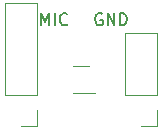
<source format=gto>
%TF.GenerationSoftware,KiCad,Pcbnew,4.0.4-stable*%
%TF.CreationDate,2017-03-14T02:45:12+02:00*%
%TF.ProjectId,zerophone_audio_buffer,7A65726F70686F6E655F617564696F5F,rev?*%
%TF.FileFunction,Legend,Top*%
%FSLAX46Y46*%
G04 Gerber Fmt 4.6, Leading zero omitted, Abs format (unit mm)*
G04 Created by KiCad (PCBNEW 4.0.4-stable) date 03/14/17 02:45:12*
%MOMM*%
%LPD*%
G01*
G04 APERTURE LIST*
%ADD10C,0.200000*%
%ADD11C,0.120000*%
%ADD12C,0.150000*%
G04 APERTURE END LIST*
D10*
D11*
X138550000Y-100330000D02*
X138550000Y-95130000D01*
X138550000Y-95130000D02*
X135770000Y-95130000D01*
X135770000Y-95130000D02*
X135770000Y-100330000D01*
X135770000Y-100330000D02*
X138550000Y-100330000D01*
X138550000Y-101600000D02*
X138550000Y-102990000D01*
X138550000Y-102990000D02*
X137160000Y-102990000D01*
X128390000Y-100330000D02*
X128390000Y-92590000D01*
X128390000Y-92590000D02*
X125610000Y-92590000D01*
X125610000Y-92590000D02*
X125610000Y-100330000D01*
X125610000Y-100330000D02*
X128390000Y-100330000D01*
X128390000Y-101600000D02*
X128390000Y-102990000D01*
X128390000Y-102990000D02*
X127000000Y-102990000D01*
X131380000Y-100220000D02*
X133280000Y-100220000D01*
X132780000Y-97900000D02*
X131380000Y-97900000D01*
D12*
X128722572Y-94432381D02*
X128722572Y-93432381D01*
X129055906Y-94146667D01*
X129389239Y-93432381D01*
X129389239Y-94432381D01*
X129865429Y-94432381D02*
X129865429Y-93432381D01*
X130913048Y-94337143D02*
X130865429Y-94384762D01*
X130722572Y-94432381D01*
X130627334Y-94432381D01*
X130484476Y-94384762D01*
X130389238Y-94289524D01*
X130341619Y-94194286D01*
X130294000Y-94003810D01*
X130294000Y-93860952D01*
X130341619Y-93670476D01*
X130389238Y-93575238D01*
X130484476Y-93480000D01*
X130627334Y-93432381D01*
X130722572Y-93432381D01*
X130865429Y-93480000D01*
X130913048Y-93527619D01*
X133858096Y-93480000D02*
X133762858Y-93432381D01*
X133620001Y-93432381D01*
X133477143Y-93480000D01*
X133381905Y-93575238D01*
X133334286Y-93670476D01*
X133286667Y-93860952D01*
X133286667Y-94003810D01*
X133334286Y-94194286D01*
X133381905Y-94289524D01*
X133477143Y-94384762D01*
X133620001Y-94432381D01*
X133715239Y-94432381D01*
X133858096Y-94384762D01*
X133905715Y-94337143D01*
X133905715Y-94003810D01*
X133715239Y-94003810D01*
X134334286Y-94432381D02*
X134334286Y-93432381D01*
X134905715Y-94432381D01*
X134905715Y-93432381D01*
X135381905Y-94432381D02*
X135381905Y-93432381D01*
X135620000Y-93432381D01*
X135762858Y-93480000D01*
X135858096Y-93575238D01*
X135905715Y-93670476D01*
X135953334Y-93860952D01*
X135953334Y-94003810D01*
X135905715Y-94194286D01*
X135858096Y-94289524D01*
X135762858Y-94384762D01*
X135620000Y-94432381D01*
X135381905Y-94432381D01*
M02*

</source>
